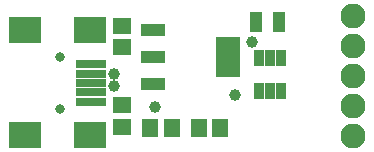
<source format=gts>
G04 Layer_Color=8388736*
%FSLAX23Y23*%
%MOIN*%
G70*
G01*
G75*
%ADD24R,0.032X0.053*%
%ADD25R,0.055X0.063*%
%ADD26R,0.063X0.055*%
%ADD27R,0.106X0.087*%
%ADD28R,0.099X0.028*%
%ADD29R,0.079X0.138*%
%ADD30R,0.079X0.043*%
%ADD31R,0.039X0.071*%
%ADD32C,0.083*%
%ADD33C,0.032*%
%ADD34C,0.039*%
D24*
X868Y331D02*
D03*
X906D02*
D03*
X943D02*
D03*
Y220D02*
D03*
X906D02*
D03*
X868D02*
D03*
D25*
X577Y98D02*
D03*
X506D02*
D03*
X740D02*
D03*
X669D02*
D03*
D26*
X413Y173D02*
D03*
Y102D02*
D03*
Y368D02*
D03*
Y439D02*
D03*
D27*
X304Y73D02*
D03*
Y423D02*
D03*
X88D02*
D03*
Y73D02*
D03*
D28*
X308Y185D02*
D03*
Y216D02*
D03*
Y248D02*
D03*
Y279D02*
D03*
Y311D02*
D03*
D29*
X766Y335D02*
D03*
D30*
X514Y244D02*
D03*
Y335D02*
D03*
Y425D02*
D03*
D31*
X935Y452D02*
D03*
X857D02*
D03*
D32*
X1181Y472D02*
D03*
Y372D02*
D03*
Y272D02*
D03*
Y172D02*
D03*
Y72D02*
D03*
D33*
X206Y335D02*
D03*
Y161D02*
D03*
D34*
X384Y279D02*
D03*
X522Y167D02*
D03*
X846Y384D02*
D03*
X787Y207D02*
D03*
X384Y236D02*
D03*
M02*

</source>
